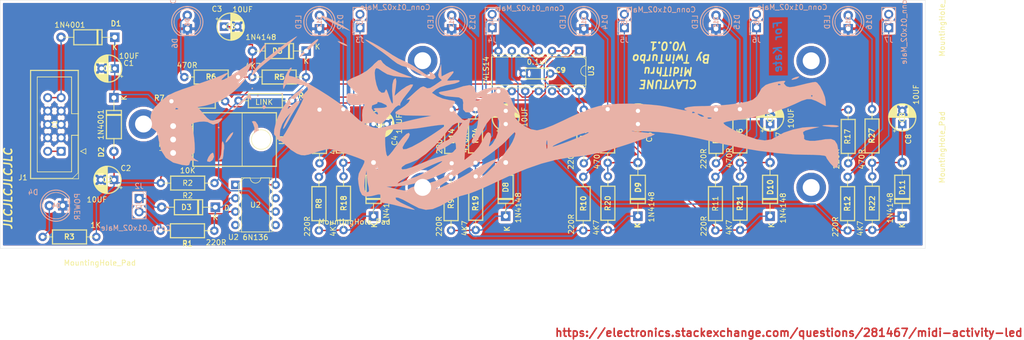
<source format=kicad_pcb>
(kicad_pcb (version 20171130) (host pcbnew "(5.1.7)-1")
  (layers (0 F.Cu signal) (31 B.Cu signal) (34 B.Paste user) (35 F.Paste user) (36 B.SilkS user hide) (37 F.SilkS user hide) (38 B.Mask user) (39 F.Mask user) (44 Edge.Cuts user))
  (net 0 "")
  (net 1 GND)
  (net 2 "Net-(C1-Pad1)")
  (net 3 +5V)
  (net 4 "Net-(C3-Pad1)")
  (net 5 "Net-(C4-Pad1)")
  (net 6 "Net-(C5-Pad1)")
  (net 7 "Net-(C6-Pad1)")
  (net 8 "Net-(C7-Pad1)")
  (net 9 "Net-(C8-Pad1)")
  (net 10 +12V)
  (net 11 "Net-(D3-Pad2)")
  (net 12 "Net-(D3-Pad1)")
  (net 13 "Net-(D4-Pad2)")
  (net 14 "Net-(D5-Pad1)")
  (net 15 "Net-(D6-Pad2)")
  (net 16 "Net-(D7-Pad1)")
  (net 17 "Net-(D8-Pad1)")
  (net 18 "Net-(D9-Pad1)")
  (net 19 "Net-(D10-Pad1)")
  (net 20 "Net-(D11-Pad1)")
  (net 21 "Net-(D12-Pad2)")
  (net 22 "Net-(D13-Pad2)")
  (net 23 "Net-(D14-Pad2)")
  (net 24 "Net-(D15-Pad2)")
  (net 25 "Net-(D16-Pad2)")
  (net 26 "Net-(J1-Pad1)")
  (net 27 "Net-(J2-Pad2)")
  (net 28 "Net-(J3-Pad2)")
  (net 29 "Net-(J3-Pad1)")
  (net 30 "Net-(J4-Pad2)")
  (net 31 "Net-(J4-Pad1)")
  (net 32 "Net-(J5-Pad2)")
  (net 33 "Net-(J5-Pad1)")
  (net 34 "Net-(J6-Pad2)")
  (net 35 "Net-(J6-Pad1)")
  (net 36 "Net-(J7-Pad2)")
  (net 37 "Net-(J7-Pad1)")
  (net 38 "Net-(R2-Pad1)")
  (net 39 "Net-(R7-Pad1)")
  (net 40 "Net-(U2-Pad4)")
  (net 41 "Net-(U2-Pad7)")
  (net 42 "Net-(U2-Pad5)")
  (net 43 "Net-(U2-Pad1)")
  (module MountingHole:MountingHole_3.2mm_M3_DIN965_Pad (layer F.Cu) (at 236 128.59)
    (fp_text reference H4 hide)
    (fp_text value MountingHole_Pad (at 24.76 -7.62 90) (layer F.SilkS))
    (fp_text user %R (at 0.3 0) (layer F.SilkS))
    (pad 1 thru_hole circle (at 0 0) (size 5.6 5.6) (drill 3.2) (layers *.Cu *.Mask))
  )
  (module MountingHole:MountingHole_3.2mm_M3_DIN965_Pad (layer F.Cu) (at 162.51 152.57)
    (fp_text reference H2 hide)
    (fp_text value MountingHole_Pad (at -12.88 30.53) (layer F.SilkS))
    (fp_text user %R (at 0.3 0) (layer F.SilkS))
    (pad 1 thru_hole circle (at 0 0) (size 5.6 5.6) (drill 3.2) (layers *.Cu *.Mask))
  )
  (module AA-ROB-FULL:K6neg (layer B.Cu) (at 176.32 140.7 270)
    (fp_text reference G*** hide)
    (fp_text value LOGO hide)
  )
  (module MountingHole:MountingHole_3.2mm_M3_DIN965_Pad (layer F.Cu) (at 109.72 140.57)
    (fp_text reference H3 hide)
    (fp_text value MountingHole_Pad (at -8.25 26.3) (layer F.SilkS))
    (fp_text user %R (at 0.3 0) (layer F.SilkS))
    (pad 1 thru_hole circle (at 0 0) (size 5.6 5.6) (drill 3.2) (layers *.Cu *.Mask))
  )
  (module Capacitor_THT:C_Disc_D4.3mm_W1.9mm_P5.00mm (layer F.Cu) (at 186.64 131 180)
    (fp_text reference C9 (at -1.99 0.63) (layer F.SilkS))
    (fp_text value 0.1uf (at 2.5 2.2) (layer F.SilkS))
    (fp_text user %R (at -1.92 0.68) (layer F.SilkS) (effects (font (size 0.86 0.86) (thickness 0.129))))
    (pad 2 thru_hole circle (at 5 0 180) (size 1.6 1.6) (drill 0.8) (layers *.Cu *.Mask) (net 1 GND))
    (pad 1 thru_hole circle (at 0 0 180) (size 1.6 1.6) (drill 0.8) (layers *.Cu *.Mask) (net 3 +5V))
  )
  (module MountingHole:MountingHole_3.2mm_M3_DIN965_Pad (layer F.Cu) (at 162.51 128.57)
    (fp_text reference H1 hide)
    (fp_text value MountingHole_Pad (at -12.88 30.53) (layer F.SilkS))
    (fp_text user %R (at 0.3 0) (layer F.SilkS))
    (pad 1 thru_hole circle (at 0 0) (size 5.6 5.6) (drill 3.2) (layers *.Cu *.Mask))
  )
  (module MountingHole:MountingHole_3.2mm_M3_DIN965_Pad (layer F.Cu) (at 236 152.59)
    (fp_text reference H5 hide)
    (fp_text value MountingHole_Pad (at 24.76 -7.62 90) (layer F.SilkS))
    (fp_text user %R (at 0.3 0) (layer F.SilkS))
    (pad 1 thru_hole circle (at 0 0) (size 5.6 5.6) (drill 3.2) (layers *.Cu *.Mask))
  )
  (module Package_DIP:DIP-8_W7.62mm (layer F.Cu) (at 127.09 152.08)
    (fp_text reference U2 (at -0.37 9.91) (layer F.SilkS))
    (fp_text value 6N136 (at 3.81 9.95) (layer F.SilkS))
    (fp_text user %R (at 3.81 3.81) (layer F.SilkS))
    (pad 8 thru_hole oval (at 7.62 0) (size 1.6 1.6) (drill 0.8) (layers *.Cu *.Mask) (net 3 +5V))
    (pad 4 thru_hole oval (at 0 7.62) (size 1.6 1.6) (drill 0.8) (layers *.Cu *.Mask) (net 40 "Net-(U2-Pad4)"))
    (pad 7 thru_hole oval (at 7.62 2.54) (size 1.6 1.6) (drill 0.8) (layers *.Cu *.Mask) (net 41 "Net-(U2-Pad7)"))
    (pad 3 thru_hole oval (at 0 5.08) (size 1.6 1.6) (drill 0.8) (layers *.Cu *.Mask) (net 11 "Net-(D3-Pad2)"))
    (pad 6 thru_hole oval (at 7.62 5.08) (size 1.6 1.6) (drill 0.8) (layers *.Cu *.Mask) (net 38 "Net-(R2-Pad1)"))
    (pad 2 thru_hole oval (at 0 2.54) (size 1.6 1.6) (drill 0.8) (layers *.Cu *.Mask) (net 12 "Net-(D3-Pad1)"))
    (pad 5 thru_hole oval (at 7.62 7.62) (size 1.6 1.6) (drill 0.8) (layers *.Cu *.Mask) (net 42 "Net-(U2-Pad5)"))
    (pad 1 thru_hole rect (at 0 0) (size 1.6 1.6) (drill 0.8) (layers *.Cu *.Mask) (net 43 "Net-(U2-Pad1)"))
  )
  (module Package_TO_SOT_THT:TO-220-3_Horizontal_TabDown (layer F.Cu) (at 115.32 140.96 270)
    (fp_text reference U1 (at 2.54 -20.58 90) (layer F.SilkS))
    (fp_text value L7805 (at 2.54 2 90) (layer F.SilkS))
    (fp_text user %R (at 2.54 -20.58 90) (layer F.SilkS))
    (pad 3 thru_hole oval (at 5.08 0 270) (size 1.905 2) (drill 1.1) (layers *.Cu *.Mask) (net 3 +5V))
    (pad 2 thru_hole oval (at 2.54 0 270) (size 1.905 2) (drill 1.1) (layers *.Cu *.Mask) (net 1 GND))
    (pad 1 thru_hole rect (at 0 0 270) (size 1.905 2) (drill 1.1) (layers *.Cu *.Mask) (net 2 "Net-(C1-Pad1)"))
    (pad "" np_thru_hole oval (at 2.54 -16.66 270) (size 3.5 3.5) (drill 3.5) (layers *.Cu *.Mask))
  )
  (module Package_DIP:DIP-14_W7.62mm (layer F.Cu) (at 192.08 126.72 270)
    (fp_text reference U3 (at 3.81 -2.33 90) (layer F.SilkS))
    (fp_text value 74LS14 (at 3.81 17.57 90) (layer F.SilkS))
    (fp_text user %R (at 3.77 -2.31 90) (layer F.SilkS))
    (pad 14 thru_hole oval (at 7.62 0 270) (size 1.6 1.6) (drill 0.8) (layers *.Cu *.Mask) (net 3 +5V))
    (pad 7 thru_hole oval (at 0 15.24 270) (size 1.6 1.6) (drill 0.8) (layers *.Cu *.Mask) (net 1 GND))
    (pad 13 thru_hole oval (at 7.62 2.54 270) (size 1.6 1.6) (drill 0.8) (layers *.Cu *.Mask) (net 39 "Net-(R7-Pad1)"))
    (pad 6 thru_hole oval (at 0 12.7 270) (size 1.6 1.6) (drill 0.8) (layers *.Cu *.Mask) (net 17 "Net-(D8-Pad1)"))
    (pad 12 thru_hole oval (at 7.62 5.08 270) (size 1.6 1.6) (drill 0.8) (layers *.Cu *.Mask) (net 19 "Net-(D10-Pad1)"))
    (pad 5 thru_hole oval (at 0 10.16 270) (size 1.6 1.6) (drill 0.8) (layers *.Cu *.Mask) (net 39 "Net-(R7-Pad1)"))
    (pad 11 thru_hole oval (at 7.62 7.62 270) (size 1.6 1.6) (drill 0.8) (layers *.Cu *.Mask) (net 39 "Net-(R7-Pad1)"))
    (pad 4 thru_hole oval (at 0 7.62 270) (size 1.6 1.6) (drill 0.8) (layers *.Cu *.Mask) (net 16 "Net-(D7-Pad1)"))
    (pad 10 thru_hole oval (at 7.62 10.16 270) (size 1.6 1.6) (drill 0.8) (layers *.Cu *.Mask) (net 20 "Net-(D11-Pad1)"))
    (pad 3 thru_hole oval (at 0 5.08 270) (size 1.6 1.6) (drill 0.8) (layers *.Cu *.Mask) (net 39 "Net-(R7-Pad1)"))
    (pad 9 thru_hole oval (at 7.62 12.7 270) (size 1.6 1.6) (drill 0.8) (layers *.Cu *.Mask) (net 39 "Net-(R7-Pad1)"))
    (pad 2 thru_hole oval (at 0 2.54 270) (size 1.6 1.6) (drill 0.8) (layers *.Cu *.Mask) (net 39 "Net-(R7-Pad1)"))
    (pad 8 thru_hole oval (at 7.62 15.24 270) (size 1.6 1.6) (drill 0.8) (layers *.Cu *.Mask) (net 18 "Net-(D9-Pad1)"))
    (pad 1 thru_hole rect (at 0 0 270) (size 1.6 1.6) (drill 0.8) (layers *.Cu *.Mask) (net 38 "Net-(R2-Pad1)"))
  )
  (module Resistor_THT:R_Axial_DIN0207_L6.3mm_D2.5mm_P10.16mm_Horizontal (layer F.Cu) (at 247.51 137.75 270)
    (fp_text reference R27 (at 4.99 0.09 90) (layer F.SilkS))
    (fp_text value 470R (at 9.47 1.94 90) (layer F.SilkS))
    (fp_text user %R (at 5.08 0 90) (layer F.SilkS))
    (pad 2 thru_hole oval (at 10.16 0 270) (size 1.6 1.6) (drill 0.8) (layers *.Cu *.Mask) (net 9 "Net-(C8-Pad1)"))
    (pad 1 thru_hole circle (at 0 0 270) (size 1.6 1.6) (drill 0.8) (layers *.Cu *.Mask) (net 25 "Net-(D16-Pad2)"))
  )
  (module Resistor_THT:R_Axial_DIN0207_L6.3mm_D2.5mm_P10.16mm_Horizontal (layer F.Cu) (at 222.51 137.75 270)
    (fp_text reference R26 (at 5.06 0.01 90) (layer F.SilkS))
    (fp_text value 470R (at 9.22 1.99 90) (layer F.SilkS))
    (fp_text user %R (at 5.08 0 90) (layer F.SilkS))
    (pad 2 thru_hole oval (at 10.16 0 270) (size 1.6 1.6) (drill 0.8) (layers *.Cu *.Mask) (net 8 "Net-(C7-Pad1)"))
    (pad 1 thru_hole circle (at 0 0 270) (size 1.6 1.6) (drill 0.8) (layers *.Cu *.Mask) (net 24 "Net-(D15-Pad2)"))
  )
  (module Resistor_THT:R_Axial_DIN0207_L6.3mm_D2.5mm_P10.16mm_Horizontal (layer F.Cu) (at 197.51 137.75 270)
    (fp_text reference R25 (at 5.07 -0.02 90) (layer F.SilkS))
    (fp_text value 470R (at 9.44 2.02 90) (layer F.SilkS))
    (fp_text user %R (at 5.08 0 90) (layer F.SilkS))
    (pad 2 thru_hole oval (at 10.16 0 270) (size 1.6 1.6) (drill 0.8) (layers *.Cu *.Mask) (net 7 "Net-(C6-Pad1)"))
    (pad 1 thru_hole circle (at 0 0 270) (size 1.6 1.6) (drill 0.8) (layers *.Cu *.Mask) (net 23 "Net-(D14-Pad2)"))
  )
  (module Resistor_THT:R_Axial_DIN0207_L6.3mm_D2.5mm_P10.16mm_Horizontal (layer F.Cu) (at 172.51 137.75 270)
    (fp_text reference R24 (at 5.01 -0.03 90) (layer F.SilkS))
    (fp_text value 470R (at 6.37 1.94 90) (layer F.SilkS))
    (fp_text user %R (at 5.08 0 90) (layer F.SilkS))
    (pad 2 thru_hole oval (at 10.16 0 270) (size 1.6 1.6) (drill 0.8) (layers *.Cu *.Mask) (net 6 "Net-(C5-Pad1)"))
    (pad 1 thru_hole circle (at 0 0 270) (size 1.6 1.6) (drill 0.8) (layers *.Cu *.Mask) (net 22 "Net-(D13-Pad2)"))
  )
  (module Resistor_THT:R_Axial_DIN0207_L6.3mm_D2.5mm_P10.16mm_Horizontal (layer F.Cu) (at 147.51 137.75 270)
    (fp_text reference R23 (at 5.2 0.01 90) (layer F.SilkS))
    (fp_text value 470R (at 6.67 1.91 90) (layer F.SilkS))
    (fp_text user %R (at 5.08 0 90) (layer F.SilkS))
    (pad 2 thru_hole oval (at 10.16 0 270) (size 1.6 1.6) (drill 0.8) (layers *.Cu *.Mask) (net 5 "Net-(C4-Pad1)"))
    (pad 1 thru_hole circle (at 0 0 270) (size 1.6 1.6) (drill 0.8) (layers *.Cu *.Mask) (net 21 "Net-(D12-Pad2)"))
  )
  (module Resistor_THT:R_Axial_DIN0207_L6.3mm_D2.5mm_P10.16mm_Horizontal (layer F.Cu) (at 247.55 150.49 270)
    (fp_text reference R22 (at 5.15 0 90) (layer F.SilkS))
    (fp_text value 4K7 (at 9.84 2.28 90) (layer F.SilkS))
    (fp_text user %R (at 5.08 0 90) (layer F.SilkS))
    (pad 2 thru_hole oval (at 10.16 0 270) (size 1.6 1.6) (drill 0.8) (layers *.Cu *.Mask) (net 20 "Net-(D11-Pad1)"))
    (pad 1 thru_hole circle (at 0 0 270) (size 1.6 1.6) (drill 0.8) (layers *.Cu *.Mask) (net 9 "Net-(C8-Pad1)"))
  )
  (module Resistor_THT:R_Axial_DIN0207_L6.3mm_D2.5mm_P10.16mm_Horizontal (layer F.Cu) (at 222.55 150.49 270)
    (fp_text reference R21 (at 5.1 0.01 90) (layer F.SilkS))
    (fp_text value 4K7 (at 9.66 2.07 90) (layer F.SilkS))
    (fp_text user %R (at 5.08 0 90) (layer F.SilkS))
    (pad 2 thru_hole oval (at 10.16 0 270) (size 1.6 1.6) (drill 0.8) (layers *.Cu *.Mask) (net 19 "Net-(D10-Pad1)"))
    (pad 1 thru_hole circle (at 0 0 270) (size 1.6 1.6) (drill 0.8) (layers *.Cu *.Mask) (net 8 "Net-(C7-Pad1)"))
  )
  (module Resistor_THT:R_Axial_DIN0207_L6.3mm_D2.5mm_P10.16mm_Horizontal (layer F.Cu) (at 197.55 150.49 270)
    (fp_text reference R20 (at 5.1 0.02 90) (layer F.SilkS))
    (fp_text value 4K7 (at 9.68 2.2 90) (layer F.SilkS))
    (fp_text user %R (at 5.08 0 90) (layer F.SilkS))
    (pad 2 thru_hole oval (at 10.16 0 270) (size 1.6 1.6) (drill 0.8) (layers *.Cu *.Mask) (net 18 "Net-(D9-Pad1)"))
    (pad 1 thru_hole circle (at 0 0 270) (size 1.6 1.6) (drill 0.8) (layers *.Cu *.Mask) (net 7 "Net-(C6-Pad1)"))
  )
  (module Resistor_THT:R_Axial_DIN0207_L6.3mm_D2.5mm_P10.16mm_Horizontal (layer F.Cu) (at 172.55 150.49 270)
    (fp_text reference R19 (at 5.12 0.08 90) (layer F.SilkS))
    (fp_text value 4K7 (at 9.82 2.08 90) (layer F.SilkS))
    (fp_text user %R (at 5.08 0 90) (layer F.SilkS))
    (pad 2 thru_hole oval (at 10.16 0 270) (size 1.6 1.6) (drill 0.8) (layers *.Cu *.Mask) (net 17 "Net-(D8-Pad1)"))
    (pad 1 thru_hole circle (at 0 0 270) (size 1.6 1.6) (drill 0.8) (layers *.Cu *.Mask) (net 6 "Net-(C5-Pad1)"))
  )
  (module Resistor_THT:R_Axial_DIN0207_L6.3mm_D2.5mm_P10.16mm_Horizontal (layer F.Cu) (at 147.55 150.49 270)
    (fp_text reference R18 (at 5.06 -0.08 90) (layer F.SilkS))
    (fp_text value 4K7 (at 9.92 1.96 90) (layer F.SilkS))
    (fp_text user %R (at 5.08 0 90) (layer F.SilkS))
    (pad 2 thru_hole oval (at 10.16 0 270) (size 1.6 1.6) (drill 0.8) (layers *.Cu *.Mask) (net 16 "Net-(D7-Pad1)"))
    (pad 1 thru_hole circle (at 0 0 270) (size 1.6 1.6) (drill 0.8) (layers *.Cu *.Mask) (net 5 "Net-(C4-Pad1)"))
  )
  (module Resistor_THT:R_Axial_DIN0207_L6.3mm_D2.5mm_P10.16mm_Horizontal (layer F.Cu) (at 243 148 90)
    (fp_text reference R17 (at 5.05 -0.12 90) (layer F.SilkS))
    (fp_text value 220R (at 0.81 -2.2 90) (layer F.SilkS))
    (fp_text user %R (at 5.05 -0.12 90) (layer F.SilkS))
    (pad 2 thru_hole oval (at 10.16 0 90) (size 1.6 1.6) (drill 0.8) (layers *.Cu *.Mask) (net 3 +5V))
    (pad 1 thru_hole circle (at 0 0 90) (size 1.6 1.6) (drill 0.8) (layers *.Cu *.Mask) (net 36 "Net-(J7-Pad2)"))
  )
  (module Resistor_THT:R_Axial_DIN0207_L6.3mm_D2.5mm_P10.16mm_Horizontal (layer F.Cu) (at 218 148 90)
    (fp_text reference R16 (at 5.15 0 90) (layer F.SilkS))
    (fp_text value 220R (at 0.86 -2.35 90) (layer F.SilkS))
    (fp_text user %R (at 5.08 0 90) (layer F.SilkS))
    (pad 2 thru_hole oval (at 10.16 0 90) (size 1.6 1.6) (drill 0.8) (layers *.Cu *.Mask) (net 3 +5V))
    (pad 1 thru_hole circle (at 0 0 90) (size 1.6 1.6) (drill 0.8) (layers *.Cu *.Mask) (net 34 "Net-(J6-Pad2)"))
  )
  (module Resistor_THT:R_Axial_DIN0207_L6.3mm_D2.5mm_P10.16mm_Horizontal (layer F.Cu) (at 193 148 90)
    (fp_text reference R15 (at 5.11 -0.12 90) (layer F.SilkS))
    (fp_text value 220R (at 0.74 -2.45 90) (layer F.SilkS))
    (fp_text user %R (at 5.08 0 90) (layer F.SilkS))
    (pad 2 thru_hole oval (at 10.16 0 90) (size 1.6 1.6) (drill 0.8) (layers *.Cu *.Mask) (net 3 +5V))
    (pad 1 thru_hole circle (at 0 0 90) (size 1.6 1.6) (drill 0.8) (layers *.Cu *.Mask) (net 32 "Net-(J5-Pad2)"))
  )
  (module Resistor_THT:R_Axial_DIN0207_L6.3mm_D2.5mm_P10.16mm_Horizontal (layer F.Cu) (at 168 148 90)
    (fp_text reference R14 (at 5.13 0.02 90) (layer F.SilkS))
    (fp_text value 220R (at 3.68 -2.3 90) (layer F.SilkS))
    (fp_text user %R (at 5.08 0 90) (layer F.SilkS))
    (pad 2 thru_hole oval (at 10.16 0 90) (size 1.6 1.6) (drill 0.8) (layers *.Cu *.Mask) (net 3 +5V))
    (pad 1 thru_hole circle (at 0 0 90) (size 1.6 1.6) (drill 0.8) (layers *.Cu *.Mask) (net 30 "Net-(J4-Pad2)"))
  )
  (module Resistor_THT:R_Axial_DIN0207_L6.3mm_D2.5mm_P10.16mm_Horizontal (layer F.Cu) (at 143 148 90)
    (fp_text reference R13 (at 5.05 0.09 90) (layer F.SilkS))
    (fp_text value 220R (at 3.49 -2.6 90) (layer F.SilkS))
    (fp_text user %R (at 5.08 0 90) (layer F.SilkS))
    (pad 2 thru_hole oval (at 10.16 0 90) (size 1.6 1.6) (drill 0.8) (layers *.Cu *.Mask) (net 3 +5V))
    (pad 1 thru_hole circle (at 0 0 90) (size 1.6 1.6) (drill 0.8) (layers *.Cu *.Mask) (net 28 "Net-(J3-Pad2)"))
  )
  (module Resistor_THT:R_Axial_DIN0207_L6.3mm_D2.5mm_P10.16mm_Horizontal (layer F.Cu) (at 242.89 150.57 270)
    (fp_text reference R12 (at 5.11 0.1 90) (layer F.SilkS))
    (fp_text value 220R (at 9.46 2.3 90) (layer F.SilkS))
    (fp_text user %R (at 5.08 0 90) (layer F.SilkS))
    (pad 2 thru_hole oval (at 10.16 0 270) (size 1.6 1.6) (drill 0.8) (layers *.Cu *.Mask) (net 20 "Net-(D11-Pad1)"))
    (pad 1 thru_hole circle (at 0 0 270) (size 1.6 1.6) (drill 0.8) (layers *.Cu *.Mask) (net 37 "Net-(J7-Pad1)"))
  )
  (module Resistor_THT:R_Axial_DIN0207_L6.3mm_D2.5mm_P10.16mm_Horizontal (layer F.Cu) (at 217.89 150.57 270)
    (fp_text reference R11 (at 4.96 -4.62 90) (layer F.SilkS))
    (fp_text value 220R (at 9.34 2.2 90) (layer F.SilkS))
    (fp_text user %R (at 5.08 0 90) (layer F.SilkS))
    (pad 2 thru_hole oval (at 10.16 0 270) (size 1.6 1.6) (drill 0.8) (layers *.Cu *.Mask) (net 19 "Net-(D10-Pad1)"))
    (pad 1 thru_hole circle (at 0 0 270) (size 1.6 1.6) (drill 0.8) (layers *.Cu *.Mask) (net 35 "Net-(J6-Pad1)"))
  )
  (module Resistor_THT:R_Axial_DIN0207_L6.3mm_D2.5mm_P10.16mm_Horizontal (layer F.Cu) (at 192.89 150.57 270)
    (fp_text reference R10 (at 5.02 -0.06 90) (layer F.SilkS))
    (fp_text value 220R (at 8.97 2.27 90) (layer F.SilkS))
    (fp_text user %R (at 5.08 0 90) (layer F.SilkS))
    (pad 2 thru_hole oval (at 10.16 0 270) (size 1.6 1.6) (drill 0.8) (layers *.Cu *.Mask) (net 18 "Net-(D9-Pad1)"))
    (pad 1 thru_hole circle (at 0 0 270) (size 1.6 1.6) (drill 0.8) (layers *.Cu *.Mask) (net 33 "Net-(J5-Pad1)"))
  )
  (module Resistor_THT:R_Axial_DIN0207_L6.3mm_D2.5mm_P10.16mm_Horizontal (layer F.Cu) (at 167.89 150.57 270)
    (fp_text reference R9 (at 5.07 0.03 90) (layer F.SilkS))
    (fp_text value 220R (at 9.39 2.26 90) (layer F.SilkS))
    (fp_text user %R (at 5.08 0 90) (layer F.SilkS))
    (pad 2 thru_hole oval (at 10.16 0 270) (size 1.6 1.6) (drill 0.8) (layers *.Cu *.Mask) (net 17 "Net-(D8-Pad1)"))
    (pad 1 thru_hole circle (at 0 0 270) (size 1.6 1.6) (drill 0.8) (layers *.Cu *.Mask) (net 31 "Net-(J4-Pad1)"))
  )
  (module Resistor_THT:R_Axial_DIN0207_L6.3mm_D2.5mm_P10.16mm_Horizontal (layer F.Cu) (at 142.89 150.57 270)
    (fp_text reference R8 (at 5.05 0.02 90) (layer F.SilkS))
    (fp_text value 220R (at 9.38 2.2 90) (layer F.SilkS))
    (fp_text user %R (at 5.08 0 270) (layer F.SilkS))
    (pad 2 thru_hole oval (at 10.16 0 270) (size 1.6 1.6) (drill 0.8) (layers *.Cu *.Mask) (net 16 "Net-(D7-Pad1)"))
    (pad 1 thru_hole circle (at 0 0 270) (size 1.6 1.6) (drill 0.8) (layers *.Cu *.Mask) (net 29 "Net-(J3-Pad1)"))
  )
  (module Resistor_THT:R_Axial_DIN0207_L6.3mm_D2.5mm_P10.16mm_Horizontal (layer F.Cu) (at 125.16 136.25 180)
    (fp_text reference R7 (at 12.46 0.61) (layer F.SilkS))
    (fp_text value LINK (at 5.01 -0.12) (layer F.SilkS))
    (fp_text user %R (at 12.46 0.61) (layer F.SilkS))
    (pad 2 thru_hole oval (at 10.16 0 180) (size 1.6 1.6) (drill 0.8) (layers *.Cu *.Mask) (net 14 "Net-(D5-Pad1)"))
    (pad 1 thru_hole circle (at 0 0 180) (size 1.6 1.6) (drill 0.8) (layers *.Cu *.Mask) (net 39 "Net-(R7-Pad1)"))
  )
  (module Resistor_THT:R_Axial_DIN0207_L6.3mm_D2.5mm_P10.16mm_Horizontal (layer F.Cu) (at 117.44 131.67)
    (fp_text reference R6 (at 5.01 -0.08) (layer F.SilkS))
    (fp_text value 470R (at 0.53 -2.23 180) (layer F.SilkS))
    (fp_text user %R (at 5.08 0) (layer F.SilkS))
    (pad 2 thru_hole oval (at 10.16 0) (size 1.6 1.6) (drill 0.8) (layers *.Cu *.Mask) (net 4 "Net-(C3-Pad1)"))
    (pad 1 thru_hole circle (at 0 0) (size 1.6 1.6) (drill 0.8) (layers *.Cu *.Mask) (net 15 "Net-(D6-Pad2)"))
  )
  (module Resistor_THT:R_Axial_DIN0207_L6.3mm_D2.5mm_P10.16mm_Horizontal (layer F.Cu) (at 130.29 131.67)
    (fp_text reference R5 (at 5.18 0) (layer F.SilkS))
    (fp_text value 4K7 (at 0.15 -2.06) (layer F.SilkS))
    (fp_text user %R (at 5.08 0) (layer F.SilkS))
    (pad 2 thru_hole oval (at 10.16 0) (size 1.6 1.6) (drill 0.8) (layers *.Cu *.Mask) (net 14 "Net-(D5-Pad1)"))
    (pad 1 thru_hole circle (at 0 0) (size 1.6 1.6) (drill 0.8) (layers *.Cu *.Mask) (net 4 "Net-(C3-Pad1)"))
  )
  (module Resistor_THT:R_Axial_DIN0207_L6.3mm_D2.5mm_P10.16mm_Horizontal (layer F.Cu) (at 127.68 136.15)
    (fp_text reference R4 (at 12.27 -0.94) (layer F.SilkS))
    (fp_text value LINK (at 4.85 0.27) (layer F.SilkS))
    (fp_text user %R (at 12.34 -0.94) (layer F.SilkS))
    (pad 2 thru_hole oval (at 10.16 0) (size 1.6 1.6) (drill 0.8) (layers *.Cu *.Mask) (net 14 "Net-(D5-Pad1)"))
    (pad 1 thru_hole circle (at 0 0) (size 1.6 1.6) (drill 0.8) (layers *.Cu *.Mask) (net 38 "Net-(R2-Pad1)"))
  )
  (module Resistor_THT:R_Axial_DIN0207_L6.3mm_D2.5mm_P10.16mm_Horizontal (layer F.Cu) (at 90.64 161.95)
    (fp_text reference R3 (at 5.01 -0.05) (layer F.SilkS))
    (fp_text value 1K (at 10.03 -2.23) (layer F.SilkS))
    (fp_text user %R (at 5.08 0) (layer F.SilkS))
    (pad 2 thru_hole oval (at 10.16 0) (size 1.6 1.6) (drill 0.8) (layers *.Cu *.Mask) (net 3 +5V))
    (pad 1 thru_hole circle (at 0 0) (size 1.6 1.6) (drill 0.8) (layers *.Cu *.Mask) (net 13 "Net-(D4-Pad2)"))
  )
  (module Resistor_THT:R_Axial_DIN0207_L6.3mm_D2.5mm_P10.16mm_Horizontal (layer F.Cu) (at 123.15 151.75 180)
    (fp_text reference R2 (at 5.08 -2.37) (layer F.SilkS))
    (fp_text value 10K (at 5.08 2.37) (layer F.SilkS))
    (fp_text user %R (at 5.08 0) (layer F.SilkS))
    (pad 2 thru_hole oval (at 10.16 0 180) (size 1.6 1.6) (drill 0.8) (layers *.Cu *.Mask) (net 3 +5V))
    (pad 1 thru_hole circle (at 0 0 180) (size 1.6 1.6) (drill 0.8) (layers *.Cu *.Mask) (net 38 "Net-(R2-Pad1)"))
  )
  (module Resistor_THT:R_Axial_DIN0207_L6.3mm_D2.5mm_P10.16mm_Horizontal (layer F.Cu) (at 123.11 160.78 180)
    (fp_text reference R1 (at 5.08 -2.37) (layer F.SilkS))
    (fp_text value 220R (at -0.34 -2.22) (layer F.SilkS))
    (fp_text user %R (at 5.08 -2.51) (layer F.SilkS))
    (pad 2 thru_hole oval (at 10.16 0 180) (size 1.6 1.6) (drill 0.8) (layers *.Cu *.Mask) (net 27 "Net-(J2-Pad2)"))
    (pad 1 thru_hole circle (at 0 0 180) (size 1.6 1.6) (drill 0.8) (layers *.Cu *.Mask) (net 12 "Net-(D3-Pad1)"))
  )
  (module Connector_PinHeader_2.54mm:PinHeader_1x02_P2.54mm_Vertical (layer B.Cu) (at 250.66 122.32)
    (fp_text reference J7 (at 0 2.33) (layer B.SilkS) (effects (justify mirror)))
    (fp_text value Conn_01x02_Male (at 2.9 0.33 90) (layer B.SilkS) (effects (justify mirror)))
    (fp_text user %R (at 0 -1.27 -90) (layer B.SilkS) (effects (justify mirror)))
    (pad 2 thru_hole oval (at 0 -2.54) (size 1.7 1.7) (drill 1) (layers *.Cu *.Mask) (net 36 "Net-(J7-Pad2)"))
    (pad 1 thru_hole rect (at 0 0) (size 1.7 1.7) (drill 1) (layers *.Cu *.Mask) (net 37 "Net-(J7-Pad1)"))
  )
  (module Connector_PinHeader_2.54mm:PinHeader_1x02_P2.54mm_Vertical (layer B.Cu) (at 225.66 122.32)
    (fp_text reference J6 (at 0 2.33) (layer B.SilkS) (effects (justify mirror)))
    (fp_text value Conn_01x02_Male (at 6.75 -3.88) (layer B.SilkS) (effects (justify mirror)))
    (fp_text user %R (at 0 -1.27 -90) (layer B.SilkS) (effects (justify mirror)))
    (pad 2 thru_hole oval (at 0 -2.54) (size 1.7 1.7) (drill 1) (layers *.Cu *.Mask) (net 34 "Net-(J6-Pad2)"))
    (pad 1 thru_hole rect (at 0 0) (size 1.7 1.7) (drill 1) (layers *.Cu *.Mask) (net 35 "Net-(J6-Pad1)"))
  )
  (module Connector_PinHeader_2.54mm:PinHeader_1x02_P2.54mm_Vertical (layer B.Cu) (at 200.66 122.32)
    (fp_text reference J5 (at 0 2.33) (layer B.SilkS) (effects (justify mirror)))
    (fp_text value Conn_01x02_Male (at 6.87 -3.43) (layer B.SilkS) (effects (justify mirror)))
    (fp_text user %R (at 0 -1.27 -90) (layer B.SilkS) (effects (justify mirror)))
    (pad 2 thru_hole oval (at 0 -2.54) (size 1.7 1.7) (drill 1) (layers *.Cu *.Mask) (net 32 "Net-(J5-Pad2)"))
    (pad 1 thru_hole rect (at 0 0) (size 1.7 1.7) (drill 1) (layers *.Cu *.Mask) (net 33 "Net-(J5-Pad1)"))
  )
  (module Connector_PinHeader_2.54mm:PinHeader_1x02_P2.54mm_Vertical (layer B.Cu) (at 175.66 122.32)
    (fp_text reference J4 (at 0 2.33) (layer B.SilkS) (effects (justify mirror)))
    (fp_text value Conn_01x02_Male (at 7 -3.69) (layer B.SilkS) (effects (justify mirror)))
    (fp_text user %R (at 0 -1.27 -90) (layer B.SilkS) (effects (justify mirror)))
    (pad 2 thru_hole oval (at 0 -2.54) (size 1.7 1.7) (drill 1) (layers *.Cu *.Mask) (net 30 "Net-(J4-Pad2)"))
    (pad 1 thru_hole rect (at 0 0) (size 1.7 1.7) (drill 1) (layers *.Cu *.Mask) (net 31 "Net-(J4-Pad1)"))
  )
  (module Connector_PinHeader_2.54mm:PinHeader_1x02_P2.54mm_Vertical (layer B.Cu) (at 150.66 122.32)
    (fp_text reference J3 (at 0 2.33) (layer B.SilkS) (effects (justify mirror)))
    (fp_text value Conn_01x02_Male (at 6.66 -3.87 180) (layer B.SilkS) (effects (justify mirror)))
    (fp_text user %R (at 0 -1.27 -90) (layer B.SilkS) (effects (justify mirror)))
    (pad 2 thru_hole oval (at 0 -2.54) (size 1.7 1.7) (drill 1) (layers *.Cu *.Mask) (net 28 "Net-(J3-Pad2)"))
    (pad 1 thru_hole rect (at 0 0) (size 1.7 1.7) (drill 1) (layers *.Cu *.Mask) (net 29 "Net-(J3-Pad1)"))
  )
  (module Connector_PinHeader_2.54mm:PinHeader_1x02_P2.54mm_Vertical (layer B.Cu) (at 108.89 154.67 180)
    (fp_text reference J2 (at 0 2.33) (layer B.SilkS) (effects (justify mirror)))
    (fp_text value Conn_01x02_Male (at 0.61 -5.58 180) (layer B.SilkS) (effects (justify mirror)))
    (fp_text user %R (at 0 -1.27 270) (layer B.SilkS) (effects (justify mirror)))
    (pad 2 thru_hole oval (at 0 -2.54 180) (size 1.7 1.7) (drill 1) (layers *.Cu *.Mask) (net 27 "Net-(J2-Pad2)"))
    (pad 1 thru_hole rect (at 0 0 180) (size 1.7 1.7) (drill 1) (layers *.Cu *.Mask) (net 11 "Net-(D3-Pad2)"))
  )
  (module Connector_IDC:IDC-Header_2x05_P2.54mm_Vertical (layer F.Cu) (at 94.14 145.73 180)
    (fp_text reference J1 (at 7.23 -4.98) (layer F.SilkS))
    (fp_text value Conn_02x05_Odd_Even (at 3.95 31.41) (layer F.SilkS))
    (fp_text user %R (at 1.27 5.08 90) (layer F.SilkS))
    (pad 10 thru_hole circle (at 2.54 10.16 180) (size 1.7 1.7) (drill 1) (layers *.Cu *.Mask) (net 10 +12V))
    (pad 8 thru_hole circle (at 2.54 7.62 180) (size 1.7 1.7) (drill 1) (layers *.Cu *.Mask) (net 1 GND))
    (pad 6 thru_hole circle (at 2.54 5.08 180) (size 1.7 1.7) (drill 1) (layers *.Cu *.Mask) (net 1 GND))
    (pad 4 thru_hole circle (at 2.54 2.54 180) (size 1.7 1.7) (drill 1) (layers *.Cu *.Mask) (net 1 GND))
    (pad 2 thru_hole circle (at 2.54 0 180) (size 1.7 1.7) (drill 1) (layers *.Cu *.Mask) (net 26 "Net-(J1-Pad1)"))
    (pad 9 thru_hole circle (at 0 10.16 180) (size 1.7 1.7) (drill 1) (layers *.Cu *.Mask) (net 10 +12V))
    (pad 7 thru_hole circle (at 0 7.62 180) (size 1.7 1.7) (drill 1) (layers *.Cu *.Mask) (net 1 GND))
    (pad 5 thru_hole circle (at 0 5.08 180) (size 1.7 1.7) (drill 1) (layers *.Cu *.Mask) (net 1 GND))
    (pad 3 thru_hole circle (at 0 2.54 180) (size 1.7 1.7) (drill 1) (layers *.Cu *.Mask) (net 1 GND))
    (pad 1 thru_hole roundrect (at 0 0 180) (size 1.7 1.7) (drill 1) (layers *.Cu *.Mask) (roundrect_rratio 0.147059) (net 26 "Net-(J1-Pad1)"))
  )
  (module LED_THT:LED_D5.0mm (layer B.Cu) (at 243 122.52 90)
    (fp_text reference D16 (at 1.27 3.96 270) (layer B.SilkS) (effects (justify mirror)))
    (fp_text value LED (at 1.27 -3.96 270) (layer B.SilkS) (effects (justify mirror)))
    (fp_text user %R (at 1.25 0 270) (layer B.SilkS) (effects (font (size 0.8 0.8) (thickness 0.2)) (justify mirror)))
    (pad 2 thru_hole circle (at 2.54 0 90) (size 1.8 1.8) (drill 0.9) (layers *.Cu *.Mask) (net 25 "Net-(D16-Pad2)"))
    (pad 1 thru_hole rect (at 0 0 90) (size 1.8 1.8) (drill 0.9) (layers *.Cu *.Mask) (net 1 GND))
  )
  (module LED_THT:LED_D5.0mm (layer B.Cu) (at 218 122.52 90)
    (fp_text reference D15 (at 1.27 3.96 270) (layer B.SilkS) (effects (justify mirror)))
    (fp_text value LED (at 1.27 -3.96 270) (layer B.SilkS) (effects (justify mirror)))
    (fp_text user %R (at 1.25 0 270) (layer B.SilkS) (effects (font (size 0.8 0.8) (thickness 0.2)) (justify mirror)))
    (pad 2 thru_hole circle (at 2.54 0 90) (size 1.8 1.8) (drill 0.9) (layers *.Cu *.Mask) (net 24 "Net-(D15-Pad2)"))
    (pad 1 thru_hole rect (at 0 0 90) (size 1.8 1.8) (drill 0.9) (layers *.Cu *.Mask) (net 1 GND))
  )
  (module LED_THT:LED_D5.0mm (layer B.Cu) (at 193 122.52 90)
    (fp_text reference D14 (at 1.27 3.96 270) (layer B.SilkS) (effects (justify mirror)))
    (fp_text value LED (at 1.27 -3.96 270) (layer B.SilkS) (effects (justify mirror)))
    (fp_text user %R (at 1.25 0 270) (layer B.SilkS) (effects (font (size 0.8 0.8) (thickness 0.2)) (justify mirror)))
    (pad 2 thru_hole circle (at 2.54 0 90) (size 1.8 1.8) (drill 0.9) (layers *.Cu *.Mask) (net 23 "Net-(D14-Pad2)"))
    (pad 1 thru_hole rect (at 0 0 90) (size 1.8 1.8) (drill 0.9) (layers *.Cu *.Mask) (net 1 GND))
  )
  (module LED_THT:LED_D5.0mm (layer B.Cu) (at 168 122.52 90)
    (fp_text reference D13 (at 1.27 3.96 270) (layer B.SilkS) (effects (justify mirror)))
    (fp_text value LED (at 1.27 -3.96 270) (layer B.SilkS) (effects (justify mirror)))
    (fp_text user %R (at 1.25 0 270) (layer B.SilkS) (effects (font (size 0.8 0.8) (thickness 0.2)) (justify mirror)))
    (pad 2 thru_hole circle (at 2.54 0 90) (size 1.8 1.8) (drill 0.9) (layers *.Cu *.Mask) (net 22 "Net-(D13-Pad2)"))
    (pad 1 thru_hole rect (at 0 0 90) (size 1.8 1.8) (drill 0.9) (layers *.Cu *.Mask) (net 1 GND))
  )
  (module LED_THT:LED_D5.0mm (layer B.Cu) (at 143 122.52 90)
    (fp_text reference D12 (at 1.27 3.96 270) (layer B.SilkS) (effects (justify mirror)))
    (fp_text value LED (at 1.27 -3.96 270) (layer B.SilkS) (effects (justify mirror)))
    (fp_text user %R (at 1.25 0 270) (layer B.SilkS) (effects (font (size 0.8 0.8) (thickness 0.2)) (justify mirror)))
    (pad 2 thru_hole circle (at 2.54 0 90) (size 1.8 1.8) (drill 0.9) (layers *.Cu *.Mask) (net 21 "Net-(D12-Pad2)"))
    (pad 1 thru_hole rect (at 0 0 90) (size 1.8 1.8) (drill 0.9) (layers *.Cu *.Mask) (net 1 GND))
  )
  (module Diode_THT:D_A-405_P10.16mm_Horizontal (layer F.Cu) (at 253.22 158.02 90)
    (fp_text reference D11 (at 5.45 0 90) (layer F.SilkS))
    (fp_text value 1N4148 (at 1.55 -2.3 90) (layer F.SilkS))
    (fp_text user K (at -1.78 -0.01 90) (layer F.SilkS))
    (fp_text user K (at -1.74 -0.01 90) (layer F.SilkS))
    (fp_text user %R (at 5.47 0 90) (layer F.SilkS))
    (pad 2 thru_hole oval (at 10.16 0 90) (size 1.8 1.8) (drill 0.9) (layers *.Cu *.Mask) (net 9 "Net-(C8-Pad1)"))
    (pad 1 thru_hole rect (at 0 0 90) (size 1.8 1.8) (drill 0.9) (layers *.Cu *.Mask) (net 20 "Net-(D11-Pad1)"))
  )
  (module Diode_THT:D_A-405_P10.16mm_Horizontal (layer F.Cu) (at 228.22 158.02 90)
    (fp_text reference D10 (at 5.51 0.1 90) (layer F.SilkS))
    (fp_text value 1N4148 (at 1.52 2.46 90) (layer F.SilkS))
    (fp_text user K (at -1.73 0.28 90) (layer F.SilkS))
    (fp_text user K (at -1.73 0.28 90) (layer F.SilkS))
    (fp_text user %R (at 5.47 0 90) (layer F.SilkS))
    (pad 2 thru_hole oval (at 10.16 0 90) (size 1.8 1.8) (drill 0.9) (layers *.Cu *.Mask) (net 8 "Net-(C7-Pad1)"))
    (pad 1 thru_hole rect (at 0 0 90) (size 1.8 1.8) (drill 0.9) (layers *.Cu *.Mask) (net 19 "Net-(D10-Pad1)"))
  )
  (module Diode_THT:D_A-405_P10.16mm_Horizontal (layer F.Cu) (at 203.22 158.02 90)
    (fp_text reference D9 (at 5.4 0.1 90) (layer F.SilkS))
    (fp_text value 1N4148 (at 1.73 2.56 90) (layer F.SilkS))
    (fp_text user K (at -1.66 -0.05 90) (layer F.SilkS))
    (fp_text user K (at -1.8 -0.05 90) (layer F.SilkS))
    (fp_text user %R (at 5.47 0 90) (layer F.SilkS))
    (pad 2 thru_hole oval (at 10.16 0 90) (size 1.8 1.8) (drill 0.9) (layers *.Cu *.Mask) (net 7 "Net-(C6-Pad1)"))
    (pad 1 thru_hole rect (at 0 0 90) (size 1.8 1.8) (drill 0.9) (layers *.Cu *.Mask) (net 18 "Net-(D9-Pad1)"))
  )
  (module Diode_THT:D_A-405_P10.16mm_Horizontal (layer F.Cu) (at 178.22 158.02 90)
    (fp_text reference D8 (at 5.47 -0.01 90) (layer F.SilkS))
    (fp_text value 1N4148 (at 1.59 2.38 90) (layer F.SilkS))
    (fp_text user K (at -2.43 0.27 90) (layer F.SilkS))
    (fp_text user K (at -2.36 0.27 90) (layer F.SilkS))
    (fp_text user %R (at 5.47 0 90) (layer F.SilkS))
    (pad 2 thru_hole oval (at 10.16 0 90) (size 1.8 1.8) (drill 0.9) (layers *.Cu *.Mask) (net 6 "Net-(C5-Pad1)"))
    (pad 1 thru_hole rect (at 0 0 90) (size 1.8 1.8) (drill 0.9) (layers *.Cu *.Mask) (net 17 "Net-(D8-Pad1)"))
  )
  (module Diode_THT:D_A-405_P10.16mm_Horizontal (layer F.Cu) (at 153.22 158.02 90)
    (fp_text reference D7 (at 5.43 0.04 90) (layer F.SilkS))
    (fp_text value 1N4148 (at 1.5 2.43 90) (layer F.SilkS))
    (fp_text user K (at -1.72 0.15 90) (layer F.SilkS))
    (fp_text user K (at -1.72 0.15 90) (layer F.SilkS))
    (fp_text user %R (at 5.47 0 90) (layer F.SilkS))
    (pad 2 thru_hole oval (at 10.16 0 90) (size 1.8 1.8) (drill 0.9) (layers *.Cu *.Mask) (net 5 "Net-(C4-Pad1)"))
    (pad 1 thru_hole rect (at 0 0 90) (size 1.8 1.8) (drill 0.9) (layers *.Cu *.Mask) (net 16 "Net-(D7-Pad1)"))
  )
  (module LED_THT:LED_D5.0mm (layer B.Cu) (at 118 122.52 90)
    (fp_text reference D6 (at -2.75 -2.33 270) (layer B.SilkS) (effects (justify mirror)))
    (fp_text value LED (at 6.06 -2.65 270) (layer B.SilkS) (effects (justify mirror)))
    (fp_text user %R (at 1.25 0 270) (layer B.SilkS) (effects (font (size 0.8 0.8) (thickness 0.2)) (justify mirror)))
    (pad 2 thru_hole circle (at 2.54 0 90) (size 1.8 1.8) (drill 0.9) (layers *.Cu *.Mask) (net 15 "Net-(D6-Pad2)"))
    (pad 1 thru_hole rect (at 0 0 90) (size 1.8 1.8) (drill 0.9) (layers *.Cu *.Mask) (net 1 GND))
  )
  (module Diode_THT:D_A-405_P10.16mm_Horizontal (layer F.Cu) (at 140.49 126.75 180)
    (fp_text reference D5 (at 5.42 0.08) (layer F.SilkS))
    (fp_text value 1N4148 (at 8.57 2.62) (layer F.SilkS))
    (fp_text user K (at -2.14 0.82) (layer F.SilkS))
    (fp_text user K (at 0 -1.9) (layer F.SilkS))
    (fp_text user %R (at 5.47 0) (layer F.SilkS))
    (pad 2 thru_hole oval (at 10.16 0 180) (size 1.8 1.8) (drill 0.9) (layers *.Cu *.Mask) (net 4 "Net-(C3-Pad1)"))
    (pad 1 thru_hole rect (at 0 0 180) (size 1.8 1.8) (drill 0.9) (layers *.Cu *.Mask) (net 14 "Net-(D5-Pad1)"))
  )
  (module LED_THT:LED_D5.0mm (layer B.Cu) (at 94.44 156.03 180)
    (fp_text reference D4 (at 5.61 2.53) (layer B.SilkS) (effects (justify mirror)))
    (fp_text value POWER (at -2.77 -0.18 270) (layer B.SilkS) (effects (justify mirror)))
    (fp_text user %R (at 1.25 0) (layer B.SilkS) (effects (font (size 0.8 0.8) (thickness 0.2)) (justify mirror)))
    (pad 2 thru_hole circle (at 2.54 0 180) (size 1.8 1.8) (drill 0.9) (layers *.Cu *.Mask) (net 13 "Net-(D4-Pad2)"))
    (pad 1 thru_hole rect (at 0 0 180) (size 1.8 1.8) (drill 0.9) (layers *.Cu *.Mask) (net 1 GND))
  )
  (module Diode_THT:D_A-405_P10.16mm_Horizontal (layer F.Cu) (at 123.31 156.33 180)
    (fp_text reference D3 (at 5.46 0) (layer F.SilkS))
    (fp_text value D (at -2.16 -0.14) (layer F.SilkS))
    (fp_text user K (at 0 -1.9) (layer F.SilkS))
    (fp_text user K (at 0 -1.9) (layer F.SilkS))
    (fp_text user %R (at 5.47 0) (layer F.SilkS))
    (pad 2 thru_hole oval (at 10.16 0 180) (size 1.8 1.8) (drill 0.9) (layers *.Cu *.Mask) (net 11 "Net-(D3-Pad2)"))
    (pad 1 thru_hole rect (at 0 0 180) (size 1.8 1.8) (drill 0.9) (layers *.Cu *.Mask) (net 12 "Net-(D3-Pad1)"))
  )
  (module Diode_THT:D_A-405_P10.16mm_Horizontal (layer F.Cu) (at 104.12 135.59 270)
    (fp_text reference D2 (at 10.26 2.38 90) (layer F.SilkS))
    (fp_text value 1N4001 (at 5.08 2.47 90) (layer F.SilkS))
    (fp_text user K (at 0 -1.9 90) (layer F.SilkS))
    (fp_text user K (at 0 -1.9 90) (layer F.SilkS))
    (fp_text user %R (at 10.34 2.4 90) (layer F.SilkS))
    (pad 2 thru_hole oval (at 10.16 0 270) (size 1.8 1.8) (drill 0.9) (layers *.Cu *.Mask) (net 3 +5V))
    (pad 1 thru_hole rect (at 0 0 270) (size 1.8 1.8) (drill 0.9) (layers *.Cu *.Mask) (net 2 "Net-(C1-Pad1)"))
  )
  (module Diode_THT:D_A-405_P10.16mm_Horizontal (layer F.Cu) (at 104.28 124.13 180)
    (fp_text reference D1 (at -0.23 2.62) (layer F.SilkS))
    (fp_text value 1N4001 (at 8.49 2.33) (layer F.SilkS))
    (fp_text user K (at 0 -1.9) (layer F.SilkS))
    (fp_text user K (at 0 -1.9) (layer F.SilkS))
    (fp_text user %R (at -0.22 2.57) (layer F.SilkS))
    (pad 2 thru_hole oval (at 10.16 0 180) (size 1.8 1.8) (drill 0.9) (layers *.Cu *.Mask) (net 10 +12V))
    (pad 1 thru_hole rect (at 0 0 180) (size 1.8 1.8) (drill 0.9) (layers *.Cu *.Mask) (net 2 "Net-(C1-Pad1)"))
  )
  (module Capacitor_THT:CP_Radial_D5.0mm_P2.50mm (layer F.Cu) (at 253.23 140.57 90)
    (fp_text reference C8 (at -2.86 1.15 90) (layer F.SilkS))
    (fp_text value 10UF (at 5.57 2.62 90) (layer F.SilkS))
    (fp_text user %R (at 1.25 0 90) (layer F.SilkS))
    (pad 2 thru_hole circle (at 2.5 0 90) (size 1.6 1.6) (drill 0.8) (layers *.Cu *.Mask) (net 1 GND))
    (pad 1 thru_hole rect (at 0 0 90) (size 1.6 1.6) (drill 0.8) (layers *.Cu *.Mask) (net 9 "Net-(C8-Pad1)"))
  )
  (module Capacitor_THT:CP_Radial_D5.0mm_P2.50mm (layer F.Cu) (at 228.23 140.57 90)
    (fp_text reference C7 (at -2.48 1.65 90) (layer F.SilkS))
    (fp_text value 10UF (at 1.09 3.95 90) (layer F.SilkS))
    (fp_text user %R (at 1.25 0 90) (layer F.SilkS))
    (pad 2 thru_hole circle (at 2.5 0 90) (size 1.6 1.6) (drill 0.8) (layers *.Cu *.Mask) (net 1 GND))
    (pad 1 thru_hole rect (at 0 0 90) (size 1.6 1.6) (drill 0.8) (layers *.Cu *.Mask) (net 8 "Net-(C7-Pad1)"))
  )
  (module Capacitor_THT:CP_Radial_D5.0mm_P2.50mm (layer F.Cu) (at 203.23 140.57 90)
    (fp_text reference C6 (at -2.48 2.15 90) (layer F.SilkS))
    (fp_text value 10UF (at 1.6 3.56 90) (layer F.SilkS))
    (fp_text user %R (at 1.25 0 90) (layer F.SilkS))
    (pad 2 thru_hole circle (at 2.5 0 90) (size 1.6 1.6) (drill 0.8) (layers *.Cu *.Mask) (net 1 GND))
    (pad 1 thru_hole rect (at 0 0 90) (size 1.6 1.6) (drill 0.8) (layers *.Cu *.Mask) (net 7 "Net-(C6-Pad1)"))
  )
  (module Capacitor_THT:CP_Radial_D5.0mm_P2.50mm (layer F.Cu) (at 178.23 140.57 90)
    (fp_text reference C5 (at -1.79 2.66 90) (layer F.SilkS))
    (fp_text value 10UF (at 1.31 3.57 90) (layer F.SilkS))
    (fp_text user %R (at 1.25 0 90) (layer F.SilkS))
    (pad 2 thru_hole circle (at 2.5 0 90) (size 1.6 1.6) (drill 0.8) (layers *.Cu *.Mask) (net 1 GND))
    (pad 1 thru_hole rect (at 0 0 90) (size 1.6 1.6) (drill 0.8) (layers *.Cu *.Mask) (net 6 "Net-(C5-Pad1)"))
  )
  (module Capacitor_THT:CP_Radial_D5.0mm_P2.50mm (layer F.Cu) (at 153.23 140.57)
    (fp_text reference C4 (at 3.99 3.13 90) (layer F.SilkS))
    (fp_text value 10UF (at 4.85 -0.03 90) (layer F.SilkS))
    (fp_text user %R (at 1.25 0) (layer F.SilkS))
    (pad 2 thru_hole circle (at 2.5 0) (size 1.6 1.6) (drill 0.8) (layers *.Cu *.Mask) (net 1 GND))
    (pad 1 thru_hole rect (at 0 0) (size 1.6 1.6) (drill 0.8) (layers *.Cu *.Mask) (net 5 "Net-(C4-Pad1)"))
  )
  (module Capacitor_THT:CP_Radial_D5.0mm_P2.50mm (layer F.Cu) (at 124.95 122.12)
    (fp_text reference C3 (at -1.35 -3.34) (layer F.SilkS))
    (fp_text value 10UF (at 3.5 -3.25) (layer F.SilkS))
    (fp_text user %R (at 1.25 0) (layer F.SilkS))
    (pad 2 thru_hole circle (at 2.5 0) (size 1.6 1.6) (drill 0.8) (layers *.Cu *.Mask) (net 1 GND))
    (pad 1 thru_hole rect (at 0 0) (size 1.6 1.6) (drill 0.8) (layers *.Cu *.Mask) (net 4 "Net-(C3-Pad1)"))
  )
  (module Capacitor_THT:CP_Radial_D5.0mm_P2.50mm (layer F.Cu) (at 104.15 151.14 180)
    (fp_text reference C2 (at -2.22 2.2) (layer F.SilkS))
    (fp_text value 10UF (at 3.26 -3.75) (layer F.SilkS))
    (fp_text user %R (at 1.25 0) (layer F.SilkS))
    (pad 2 thru_hole circle (at 2.5 0 180) (size 1.6 1.6) (drill 0.8) (layers *.Cu *.Mask) (net 1 GND))
    (pad 1 thru_hole rect (at 0 0 180) (size 1.6 1.6) (drill 0.8) (layers *.Cu *.Mask) (net 3 +5V))
  )
  (module Capacitor_THT:CP_Radial_D5.0mm_P2.50mm (layer F.Cu) (at 104.28 130.06 180)
    (fp_text reference C1 (at -2.63 1.02) (layer F.SilkS))
    (fp_text value 10UF (at -2.7 2.38) (layer F.SilkS))
    (fp_text user %R (at 1.25 0) (layer F.SilkS))
    (pad 2 thru_hole circle (at 2.5 0 180) (size 1.6 1.6) (drill 0.8) (layers *.Cu *.Mask) (net 1 GND))
    (pad 1 thru_hole rect (at 0 0 180) (size 1.6 1.6) (drill 0.8) (layers *.Cu *.Mask) (net 2 "Net-(C1-Pad1)"))
  )
  (gr_text https://electronics.stackexchange.com/questions/281467/midi-activity-led (at 231.78 180.09) (layer F.Cu) (effects (font (size 1.5 1.5) (thickness 0.3))))
  (gr_text JLCJLCJLCJLC (at 84.1 152.8 90) (layer F.SilkS) (effects (font (size 1.5 1.5) (thickness 0.3) italic)))
  (gr_text "CLAYTUNE\nMidiThru\nBy TwinTurbo \nV0.0.1" (at 208.98 129.38 180) (layer F.SilkS) (effects (font (size 1.5 1.5) (thickness 0.3) italic)))
  (gr_text "For Kate" (at 229.67 125.86 90) (layer B.Cu) (effects (font (size 1.5 1.5) (thickness 0.3) italic) (justify mirror)))
  (gr_line (start 82.6 117.1) (end 257.6 117.1) (layer Edge.Cuts) (width 0.05))
  (gr_line (start 82.6 117.1) (end 82.6 164.1) (layer Edge.Cuts) (width 0.05))
  (gr_line (start 257.6 117.1) (end 257.6 164.1) (layer Edge.Cuts) (width 0.05))
  (gr_line (start 82.6 164.1) (end 257.6 164.1) (layer Edge.Cuts) (width 0.05))
  (segment (start 115.32 140.96) (end 115.32 139.6822) (width 0.25) (layer B.Cu) (net 2))
  (segment (start 104.12 134.9773) (end 110.6151 134.9773) (width 0.25) (layer B.Cu) (net 2))
  (segment (start 110.6151 134.9773) (end 115.32 139.6822) (width 0.25) (layer B.Cu) (net 2))
  (segment (start 104.12 134.9773) (end 104.12 134.3647) (width 0.25) (layer B.Cu) (net 2))
  (segment (start 104.12 135.59) (end 104.12 134.9773) (width 0.25) (layer B.Cu) (net 2))
  (segment (start 104.28 124.13) (end 104.28 130.06) (width 0.25) (layer B.Cu) (net 2))
  (segment (start 104.28 130.06) (end 104.28 134.2047) (width 0.25) (layer B.Cu) (net 2))
  (segment (start 104.28 134.2047) (end 104.12 134.3647) (width 0.25) (layer B.Cu) (net 2))
  (segment (start 192.08 134.34) (end 190.9547 134.34) (width 0.25) (layer B.Cu) (net 3))
  (segment (start 186.64 131) (end 187.896 131) (width 0.25) (layer B.Cu) (net 3))
  (segment (start 187.896 131) (end 190.9547 134.0587) (width 0.25) (layer B.Cu) (net 3))
  (segment (start 190.9547 134.0587) (end 190.9547 134.34) (width 0.25) (layer B.Cu) (net 3))
  (segment (start 168 137.84) (end 166.8747 137.84) (width 0.25) (layer F.Cu) (net 3))
  (segment (start 143 137.84) (end 144.1253 137.84) (width 0.25) (layer F.Cu) (net 3))
  (segment (start 144.1253 137.84) (end 145.3761 136.5892) (width 0.25) (layer F.Cu) (net 3))
  (segment (start 145.3761 136.5892) (end 165.6239 136.5892) (width 0.25) (layer F.Cu) (net 3))
  (segment (start 165.6239 136.5892) (end 166.8747 137.84) (width 0.25) (layer F.Cu) (net 3))
  (segment (start 168 137.84) (end 169.1253 137.84) (width 0.25) (layer F.Cu) (net 3))
  (segment (start 169.1253 137.84) (end 170.9351 136.0302) (width 0.25) (layer F.Cu) (net 3))
  (segment (start 170.9351 136.0302) (end 184.3753 136.0302) (width 0.25) (layer F.Cu) (net 3))
  (segment (start 184.3753 136.0302) (end 185.73 134.6755) (width 0.25) (layer F.Cu) (net 3))
  (segment (start 185.73 134.6755) (end 185.73 131.91) (width 0.25) (layer F.Cu) (net 3))
  (segment (start 185.73 131.91) (end 186.64 131) (width 0.25) (layer F.Cu) (net 3))
  (segment (start 218 137.84) (end 216.8747 137.84) (width 0.25) (layer F.Cu) (net 3))
  (segment (start 193 137.84) (end 194.1253 137.84) (width 0.25) (layer F.Cu) (net 3))
  (segment (start 194.1253 137.84) (end 195.5293 139.244) (width 0.25) (layer F.Cu) (net 3))
  (segment (start 195.5293 139.244) (end 215.4707 139.244) (width 0.25) (layer F.Cu) (net 3))
  (segment (start 215.4707 139.244) (end 216.8747 137.84) (width 0.25) (layer F.Cu) (net 3))
  (segment (start 243 137.84) (end 241.8747 137.84) (width 0.25) (layer F.Cu) (net 3))
  (segment (start 218 137.84) (end 219.1253 137.84) (width 0.25) (layer F.Cu) (net 3))
  (segment (start 219.1253 137.84) (end 220.5293 139.244) (width 0.25) (layer F.Cu) (net 3))
  (segment (start 220.5293 139.244) (end 240.4707 139.244) (width 0.25) (layer F.Cu) (net 3))
  (segment (start 240.4707 139.244) (end 241.8747 137.84) (width 0.25) (layer F.Cu) (net 3))
  (segment (start 115.32 148.2947) (end 115.32 146.04) (width 0.25) (layer F.Cu) (net 3))
  (segment (start 112.99 150.6247) (end 115.32 148.2947) (width 0.25) (layer F.Cu) (net 3))
  (segment (start 133.5847 152.08) (end 129.7994 148.2947) (width 0.25) (layer F.Cu) (net 3))
  (segment (start 129.7994 148.2947) (end 115.32 148.2947) (width 0.25) (layer F.Cu) (net 3))
  (segment (start 134.71 152.08) (end 133.5847 152.08) (width 0.25) (layer F.Cu) (net 3))
  (segment (start 112.99 151.75) (end 112.99 150.6247) (width 0.25) (layer F.Cu) (net 3))
  (segment (start 112.99 151.75) (end 111.8647 151.75) (width 0.25) (layer B.Cu) (net 3))
  (segment (start 104.15 151.7026) (end 111.8173 151.7026) (width 0.25) (layer B.Cu) (net 3))
  (segment (start 111.8173 151.7026) (end 111.8647 151.75) (width 0.25) (layer B.Cu) (net 3))
  (segment (start 104.15 151.7026) (end 104.15 152.2653) (width 0.25) (layer B.Cu) (net 3))
  (segment (start 104.15 151.14) (end 104.15 151.7026) (width 0.25) (layer B.Cu) (net 3))
  (segment (start 104.12 145.75) (end 104.12 146.9753) (width 0.25) (layer F.Cu) (net 3))
  (segment (start 104.15 151.14) (end 104.15 147.0053) (width 0.25) (layer F.Cu) (net 3))
  (segment (start 104.15 147.0053) (end 104.12 146.9753) (width 0.25) (layer F.Cu) (net 3))
  (segment (start 193 137.84) (end 193 136.7147) (width 0.25) (layer B.Cu) (net 3))
  (segment (start 193 136.7147) (end 192.08 135.7947) (width 0.25) (layer B.Cu) (net 3))
  (segment (start 192.08 135.7947) (end 192.08 134.34) (width 0.25) (layer B.Cu) (net 3))
  (segment (start 143 137.84) (end 143 138.9653) (width 0.25) (layer B.Cu) (net 3))
  (segment (start 143 138.9653) (end 134.71 147.2553) (width 0.25) (layer B.Cu) (net 3))
  (segment (start 134.71 147.2553) (end 134.71 152.08) (width 0.25) (layer B.Cu) (net 3))
  (segment (start 100.8 161.95) (end 100.8 155.6153) (width 0.25) (layer B.Cu) (net 3))
  (segment (start 100.8 155.6153) (end 104.15 152.2653) (width 0.25) (layer B.Cu) (net 3))
  (segment (start 130.33 126.75) (end 130.33 127.9753) (width 0.25) (layer B.Cu) (net 4))
  (segment (start 130.33 127.9753) (end 130.29 128.0153) (width 0.25) (layer B.Cu) (net 4))
  (segment (start 130.29 128.0153) (end 130.29 131.67) (width 0.25) (layer B.Cu) (net 4))
  (segment (start 130.33 126.75) (end 130.33 125.5247) (width 0.25) (layer F.Cu) (net 4))
  (segment (start 124.95 122.12) (end 126.0753 122.12) (width 0.25) (layer F.Cu) (net 4))
  (segment (start 126.0753 122.12) (end 126.0753 122.4015) (width 0.25) (layer F.Cu) (net 4))
  (segment (start 126.0753 122.4015) (end 129.1985 125.5247) (width 0.25) (layer F.Cu) (net 4))
  (segment (start 129.1985 125.5247) (end 130.33 125.5247) (width 0.25) (layer F.Cu) (net 4))
  (segment (start 130.29 131.67) (end 127.6 131.67) (width 0.25) (layer F.Cu) (net 4))
  (segment (start 147.51 147.91) (end 147.51 149.0353) (width 0.25) (layer B.Cu) (net 5))
  (segment (start 147.51 149.0353) (end 147.55 149.0753) (width 0.25) (layer B.Cu) (net 5))
  (segment (start 147.55 149.0753) (end 147.55 150.49) (width 0.25) (layer B.Cu) (net 5))
  (segment (start 147.51 147.91) (end 148.6353 147.91) (width 0.25) (layer F.Cu) (net 5))
  (segment (start 153.22 147.86) (end 148.6853 147.86) (width 0.25) (layer F.Cu) (net 5))
  (segment (start 148.6853 147.86) (end 148.6353 147.91) (width 0.25) (layer F.Cu) (net 5))
  (segment (start 153.22 147.86) (end 153.22 146.6347) (width 0.25) (layer B.Cu) (net 5))
  (segment (start 153.23 140.57) (end 153.23 146.6247) (width 0.25) (layer B.Cu) (net 5))
  (segment (start 153.23 146.6247) (end 153.22 146.6347) (width 0.25) (layer B.Cu) (net 5))
  (segment (start 172.51 147.91) (end 172.51 149.0353) (width 0.25) (layer B.Cu) (net 6))
  (segment (start 172.51 149.0353) (end 172.55 149.0753) (width 0.25) (layer B.Cu) (net 6))
  (segment (start 172.55 149.0753) (end 172.55 150.49) (width 0.25) (layer B.Cu) (net 6))
  (segment (start 172.51 147.91) (end 173.6353 147.91) (width 0.25) (layer F.Cu) (net 6))
  (segment (start 178.22 147.86) (end 173.6853 147.86) (width 0.25) (layer F.Cu) (net 6))
  (segment (start 173.6853 147.86) (end 173.6353 147.91) (width 0.25) (layer F.Cu) (net 6))
  (segment (start 178.22 147.86) (end 178.22 146.6347) (width 0.25) (layer B.Cu) (net 6))
  (segment (start 178.23 140.57) (end 178.23 146.6247) (width 0.25) (layer B.Cu) (net 6))
  (segment (start 178.23 146.6247) (end 178.22 146.6347) (width 0.25) (layer B.Cu) (net 6))
  (segment (start 203.22 147.86) (end 203.22 146.6347) (width 0.25) (layer B.Cu) (net 7))
  (segment (start 203.23 140.57) (end 203.23 146.6247) (width 0.25) (layer B.Cu) (net 7))
  (segment (start 203.23 146.6247) (end 203.22 146.6347) (width 0.25) (layer B.Cu) (net 7))
  (segment (start 197.51 147.91) (end 197.51 149.0353) (width 0.25) (layer B.Cu) (net 7))
  (segment (start 197.51 149.0353) (end 197.55 149.0753) (width 0.25) (layer B.Cu) (net 7))
  (segment (start 197.55 149.0753) (end 197.55 150.49) (width 0.25) (layer B.Cu) (net 7))
  (segment (start 197.51 147.91) (end 198.6353 147.91) (width 0.25) (layer F.Cu) (net 7))
  (segment (start 203.22 147.86) (end 198.6853 147.86) (width 0.25) (layer F.Cu) (net 7))
  (segment (start 198.6853 147.86) (end 198.6353 147.91) (width 0.25) (layer F.Cu) (net 7))
  (segment (start 228.22 147.86) (end 228.22 146.6347) (width 0.25) (layer B.Cu) (net 8))
  (segment (start 228.23 140.57) (end 228.23 146.6247) (width 0.25) (layer B.Cu) (net 8))
  (segment (start 228.23 146.6247) (end 228.22 146.6347) (width 0.25) (layer B.Cu) (net 8))
  (segment (start 222.51 147.91) (end 222.51 149.0353) (width 0.25) (layer B.Cu) (net 8))
  (segment (start 222.51 149.0353) (end 222.55 149.0753) (width 0.25) (layer B.Cu) (net 8))
  (segment (start 222.55 149.0753) (end 222.55 150.49) (width 0.25) (layer B.Cu) (net 8))
  (segment (start 222.51 147.91) (end 223.6353 147.91) (width 0.25) (layer F.Cu) (net 8))
  (segment (start 228.22 147.86) (end 223.6853 147.86) (width 0.25) (layer F.Cu) (net 8))
  (segment (start 223.6853 147.86) (end 223.6353 147.91) (width 0.25) (layer F.Cu) (net 8))
  (segment (start 253.22 147.86) (end 253.22 146.6347) (width 0.25) (layer B.Cu) (net 9))
  (segment (start 253.23 140.57) (end 253.23 146.6247) (width 0.25) (layer B.Cu) (net 9))
  (segment (start 253.23 146.6247) (end 253.22 146.6347) (width 0.25) (layer B.Cu) (net 9))
  (segment (start 247.51 147.91) (end 247.51 149.0353) (width 0.25) (layer B.Cu) (net 9))
  (segment (start 247.51 149.0353) (end 247.55 149.0753) (width 0.25) (layer B.Cu) (net 9))
  (segment (start 247.55 149.0753) (end 247.55 150.49) (width 0.25) (layer B.Cu) (net 9))
  (segment (start 247.51 147.91) (end 248.6353 147.91) (width 0.25) (layer F.Cu) (net 9))
  (segment (start 253.22 147.86) (end 248.6853 147.86) (width 0.25) (layer F.Cu) (net 9))
  (segment (start 248.6853 147.86) (end 248.6353 147.91) (width 0.25) (layer F.Cu) (net 9))
  (segment (start 94.14 135.57) (end 91.6 135.57) (width 0.25) (layer F.Cu) (net 10))
  (segment (start 94.12 124.13) (end 94.12 125.3553) (width 0.25) (layer B.Cu) (net 10))
  (segment (start 94.12 125.3553) (end 94.14 125.3753) (width 0.25) (layer B.Cu) (net 10))
  (segment (start 94.14 125.3753) (end 94.14 135.57) (width 0.25) (layer B.Cu) (net 10))
  (segment (start 127.09 157.16) (end 125.9647 157.16) (width 0.25) (layer F.Cu) (net 11))
  (segment (start 113.15 156.33) (end 114.3753 156.33) (width 0.25) (layer F.Cu) (net 11))
  (segment (start 114.3753 156.33) (end 115.6007 157.5554) (width 0.25) (layer F.Cu) (net 11))
  (segment (start 115.6007 157.5554) (end 125.5693 157.5554) (width 0.25) (layer F.Cu) (net 11))
  (segment (start 125.5693 157.5554) (end 125.9647 157.16) (width 0.25) (layer F.Cu) (net 11))
  (segment (start 113.15 156.33) (end 111.9247 156.33) (width 0.25) (layer B.Cu) (net 11))
  (segment (start 111.9247 156.33) (end 110.2647 154.67) (width 0.25) (layer B.Cu) (net 11))
  (segment (start 110.2647 154.67) (end 108.89 154.67) (width 0.25) (layer B.Cu) (net 11))
  (segment (start 127.09 154.62) (end 125.9647 154.62) (width 0.25) (layer B.Cu) (net 12))
  (segment (start 123.31 156.33) (end 124.5353 156.33) (width 0.25) (layer B.Cu) (net 12))
  (segment (start 124.5353 156.33) (end 125.9647 154.9006) (width 0.25) (layer B.Cu) (net 12))
  (segment (start 125.9647 154.9006) (end 125.9647 154.62) (width 0.25) (layer B.Cu) (net 12))
  (segment (start 123.31 156.9426) (end 123.31 156.33) (width 0.25) (layer B.Cu) (net 12))
  (segment (start 123.31 156.9426) (end 123.31 157.5553) (width 0.25) (layer B.Cu) (net 12))
  (segment (start 123.31 157.5553) (end 123.11 157.7553) (width 0.25) (layer B.Cu) (net 12))
  (segment (start 123.11 157.7553) (end 123.11 160.78) (width 0.25) (layer B.Cu) (net 12))
  (segment (start 91.9 156.03) (end 91.9 160.69) (width 0.25) (layer B.Cu) (net 13))
  (segment (start 91.9 160.69) (end 90.64 161.95) (width 0.25) (layer B.Cu) (net 13))
  (segment (start 115 136.25) (end 116.1253 136.25) (width 0.25) (layer B.Cu) (net 14))
  (segment (start 137.84 135.0247) (end 117.3506 135.0247) (width 0.25) (layer B.Cu) (net 14))
  (segment (start 117.3506 135.0247) (end 116.1253 136.25) (width 0.25) (layer B.Cu) (net 14))
  (segment (start 137.84 135.1373) (end 137.84 135.0247) (width 0.25) (layer B.Cu) (net 14))
  (segment (start 137.84 136.15) (end 137.84 135.1373) (width 0.25) (layer B.Cu) (net 14))
  (segment (start 140.45 131.67) (end 140.45 132.7953) (width 0.25) (layer B.Cu) (net 14))
  (segment (start 140.45 132.7953) (end 138.2206 135.0247) (width 0.25) (layer B.Cu) (net 14))
  (segment (start 138.2206 135.0247) (end 137.84 135.0247) (width 0.25) (layer B.Cu) (net 14))
  (segment (start 140.49 127.9753) (end 140.45 128.0153) (width 0.25) (layer B.Cu) (net 14))
  (segment (start 140.45 128.0153) (end 140.45 131.67) (width 0.25) (layer B.Cu) (net 14))
  (segment (start 140.49 126.75) (end 140.49 127.9753) (width 0.25) (layer B.Cu) (net 14))
  (segment (start 118 119.98) (end 116.7746 121.2054) (width 0.25) (layer B.Cu) (net 15))
  (segment (start 116.7746 121.2054) (end 116.7746 131.0046) (width 0.25) (layer B.Cu) (net 15))
  (segment (start 116.7746 131.0046) (end 117.44 131.67) (width 0.25) (layer B.Cu) (net 15))
  (segment (start 153.22 158.02) (end 153.22 156.7947) (width 0.25) (layer B.Cu) (net 16))
  (segment (start 153.22 156.7947) (end 169.8175 140.1972) (width 0.25) (layer B.Cu) (net 16))
  (segment (start 169.8175 140.1972) (end 171.7141 140.1972) (width 0.25) (layer B.Cu) (net 16))
  (segment (start 171.7141 140.1972) (end 173.8492 138.0621) (width 0.25) (layer B.Cu) (net 16))
  (segment (start 173.8492 138.0621) (end 173.8492 119.8672) (width 0.25) (layer B.Cu) (net 16))
  (segment (start 173.8492 119.8672) (end 175.1332 118.5832) (width 0.25) (layer B.Cu) (net 16))
  (segment (start 175.1332 118.5832) (end 176.1825 118.5832) (width 0.25) (layer B.Cu) (net 16))
  (segment (start 176.1825 118.5832) (end 183.3347 125.7354) (width 0.25) (layer B.Cu) (net 16))
  (segment (start 183.3347 125.7354) (end 183.3347 126.72) (width 0.25) (layer B.Cu) (net 16))
  (segment (start 148.6753 160.65) (end 151.3053 158.02) (width 0.25) (layer B.Cu) (net 16))
  (segment (start 151.3053 158.02) (end 153.22 158.02) (width 0.25) (layer B.Cu) (net 16))
  (segment (start 184.46 126.72) (end 183.3347 126.72) (width 0.25) (layer B.Cu) (net 16))
  (segment (start 147.55 160.65) (end 148.6753 160.65) (width 0.25) (layer B.Cu) (net 16))
  (segment (start 147.55 160.65) (end 146.4247 160.65) (width 0.25) (layer F.Cu) (net 16))
  (segment (start 142.89 160.73) (end 146.3447 160.73) (width 0.25) (layer F.Cu) (net 16))
  (segment (start 146.3447 160.73) (end 146.4247 160.65) (width 0.25) (layer F.Cu) (net 16))
  (segment (start 178.22 158.02) (end 178.22 156.7947) (width 0.25) (layer B.Cu) (net 17))
  (segment (start 178.22 156.7947) (end 180.5529 154.4618) (width 0.25) (layer B.Cu) (net 17))
  (segment (start 180.5529 154.4618) (end 180.5529 132.8414) (width 0.25) (layer B.Cu) (net 17))
  (segment (start 180.5529 132.8414) (end 179.38 131.6685) (width 0.25) (layer B.Cu) (net 17))
  (segment (start 179.38 131.6685) (end 179.38 126.72) (width 0.25) (layer B.Cu) (net 17))
  (segment (start 178.22 158.02) (end 176.3053 158.02) (width 0.25) (layer B.Cu) (net 17))
  (segment (start 176.3053 158.02) (end 173.6753 160.65) (width 0.25) (layer B.Cu) (net 17))
  (segment (start 172.55 160.65) (end 171.4247 160.65) (width 0.25) (layer F.Cu) (net 17))
  (segment (start 167.89 160.73) (end 171.3447 160.73) (width 0.25) (layer F.Cu) (net 17))
  (segment (start 171.3447 160.73) (end 171.4247 160.65) (width 0.25) (layer F.Cu) (net 17))
  (segment (start 172.55 160.65) (end 173.6753 160.65) (width 0.25) (layer B.Cu) (net 17))
  (segment (start 192.89 160.73) (end 191.7647 160.73) (width 0.25) (layer B.Cu) (net 18))
  (segment (start 191.7647 160.73) (end 190.6924 161.8023) (width 0.25) (layer B.Cu) (net 18))
  (segment (start 190.6924 161.8023) (end 172.058 161.8023) (width 0.25) (layer B.Cu) (net 18))
  (segment (start 172.058 161.8023) (end 171.412 161.1563) (width 0.25) (layer B.Cu) (net 18))
  (segment (start 171.412 161.1563) (end 171.412 159.833) (width 0.25) (layer B.Cu) (net 18))
  (segment (start 171.412 159.833) (end 176.84 154.405) (width 0.25) (layer B.Cu) (net 18))
  (segment (start 176.84 154.405) (end 176.84 134.34) (width 0.25) (layer B.Cu) (net 18))
  (segment (start 197.55 160.65) (end 196.4247 160.65) (width 0.25) (layer F.Cu) (net 18))
  (segment (start 192.89 160.73) (end 196.3447 160.73) (width 0.25) (layer F.Cu) (net 18))
  (segment (start 196.3447 160.73) (end 196.4247 160.65) (width 0.25) (layer F.Cu) (net 18))
  (segment (start 197.55 160.65) (end 198.6753 160.65) (width 0.25) (layer B.Cu) (net 18))
  (segment (start 203.22 158.02) (end 201.3053 158.02) (width 0.25) (layer B.Cu) (net 18))
  (segment (start 201.3053 158.02) (end 198.6753 160.65) (width 0.25) (layer B.Cu) (net 18))
  (segment (start 187 134.34) (end 188.1253 134.34) (width 0.25) (layer F.Cu) (net 19))
  (segment (start 218.4527 160.73) (end 197.9536 140.2309) (width 0.25) (layer F.Cu) (net 19))
  (segment (start 197.9536 140.2309) (end 193.7349 140.2309) (width 0.25) (layer F.Cu) (net 19))
  (segment (start 193.7349 140.2309) (end 188.1253 134.6213) (width 0.25) (layer F.Cu) (net 19))
  (segment (start 188.1253 134.6213) (end 188.1253 134.34) (width 0.25) (layer F.Cu) (net 19))
  (segment (start 218.4527 160.73) (end 219.0153 160.73) (width 0.25) (layer F.Cu) (net 19))
  (segment (start 217.89 160.73) (end 218.4527 160.73) (width 0.25) (layer F.Cu) (net 19))
  (segment (start 222.55 160.65) (end 219.0953 160.65) (width 0.25) (layer F.Cu) (net 19))
  (segment (start 219.0953 160.65) (end 219.0153 160.73) (width 0.25) (layer F.Cu) (net 19))
  (segment (start 222.55 160.65) (end 223.6753 160.65) (width 0.25) (layer B.Cu) (net 19))
  (segment (start 228.22 158.02) (end 226.3053 158.02) (width 0.25) (layer B.Cu) (net 19))
  (segment (start 226.3053 158.02) (end 223.6753 160.65) (width 0.25) (layer B.Cu) (net 19))
  (segment (start 242.89 160.73) (end 241.7647 160.73) (width 0.25) (layer B.Cu) (net 20))
  (segment (start 241.7647 160.73) (end 236.7585 155.7238) (width 0.25) (layer B.Cu) (net 20))
  (segment (start 236.7585 155.7238) (end 196.365 155.7238) (width 0.25) (layer B.Cu) (net 20))
  (segment (start 196.365 155.7238) (end 181.92 141.2788) (width 0.25) (layer B.Cu) (net 20))
  (segment (start 181.92 141.2788) (end 181.92 134.34) (width 0.25) (layer B.Cu) (net 20))
  (segment (start 247.55 160.65) (end 246.4247 160.65) (width 0.25) (layer F.Cu) (net 20))
  (segment (start 242.89 160.73) (end 246.3447 160.73) (width 0.25) (layer F.Cu) (net 20))
  (segment (start 246.3447 160.73) (end 246.4247 160.65) (width 0.25) (layer F.Cu) (net 20))
  (segment (start 247.55 160.65) (end 248.6753 160.65) (width 0.25) (layer B.Cu) (net 20))
  (segment (start 253.22 158.02) (end 251.3053 158.02) (width 0.25) (layer B.Cu) (net 20))
  (segment (start 251.3053 158.02) (end 248.6753 160.65) (width 0.25) (layer B.Cu) (net 20))
  (segment (start 143 119.98) (end 147.51 124.49) (width 0.25) (layer B.Cu) (net 21))
  (segment (start 147.51 124.49) (end 147.51 137.75) (width 0.25) (layer B.Cu) (net 21))
  (segment (start 168 119.98) (end 172.51 124.49) (width 0.25) (layer B.Cu) (net 22))
  (segment (start 172.51 124.49) (end 172.51 137.75) (width 0.25) (layer B.Cu) (net 22))
  (segment (start 193 119.98) (end 197.51 124.49) (width 0.25) (layer B.Cu) (net 23))
  (segment (start 197.51 124.49) (end 197.51 137.75) (width 0.25) (layer B.Cu) (net 23))
  (segment (start 218 119.98) (end 222.51 124.49) (width 0.25) (layer B.Cu) (net 24))
  (segment (start 222.51 124.49) (end 222.51 137.75) (width 0.25) (layer B.Cu) (net 24))
  (segment (start 243 119.98) (end 247.51 124.49) (width 0.25) (layer B.Cu) (net 25))
  (segment (start 247.51 124.49) (end 247.51 137.75) (width 0.25) (layer B.Cu) (net 25))
  (segment (start 94.14 145.73) (end 91.6 145.73) (width 0.25) (layer F.Cu) (net 26))
  (segment (start 112.95 160.78) (end 112.95 159.6547) (width 0.25) (layer B.Cu) (net 27))
  (segment (start 108.89 157.21) (end 110.0653 157.21) (width 0.25) (layer B.Cu) (net 27))
  (segment (start 110.0653 157.21) (end 112.51 159.6547) (width 0.25) (layer B.Cu) (net 27))
  (segment (start 112.51 159.6547) (end 112.95 159.6547) (width 0.25) (layer B.Cu) (net 27))
  (segment (start 150.66 119.78) (end 150.66 120.9553) (width 0.25) (layer B.Cu) (net 28))
  (segment (start 150.66 120.9553) (end 149.8519 120.9553) (width 0.25) (layer B.Cu) (net 28))
  (segment (start 149.8519 120.9553) (end 149.4847 121.3225) (width 0.25) (layer B.Cu) (net 28))
  (segment (start 149.4847 121.3225) (end 149.4847 141.5153) (width 0.25) (layer B.Cu) (net 28))
  (segment (start 149.4847 141.5153) (end 143 148) (width 0.25) (layer B.Cu) (net 28))
  (segment (start 150.66 122.32) (end 150.66 142.8) (width 0.25) (layer B.Cu) (net 29))
  (segment (start 150.66 142.8) (end 142.89 150.57) (width 0.25) (layer B.Cu) (net 29))
  (segment (start 175.66 119.78) (end 175.66 120.9553) (width 0.25) (layer B.Cu) (net 30))
  (segment (start 175.66 120.9553) (end 174.8519 120.9553) (width 0.25) (layer B.Cu) (net 30))
  (segment (start 174.8519 120.9553) (end 174.4847 121.3225) (width 0.25) (layer B.Cu) (net 30))
  (segment (start 174.4847 121.3225) (end 174.4847 141.5153) (width 0.25) (layer B.Cu) (net 30))
  (segment (start 174.4847 141.5153) (end 168 148) (width 0.25) (layer B.Cu) (net 30))
  (segment (start 175.66 122.32) (end 175.66 142.8) (width 0.25) (layer B.Cu) (net 31))
  (segment (start 175.66 142.8) (end 167.89 150.57) (width 0.25) (layer B.Cu) (net 31))
  (segment (start 200.66 119.78) (end 200.66 120.9553) (width 0.25) (layer B.Cu) (net 32))
  (segment (start 200.66 120.9553) (end 199.8519 120.9553) (width 0.25) (layer B.Cu) (net 32))
  (segment (start 199.8519 120.9553) (end 199.4847 121.3225) (width 0.25) (layer B.Cu) (net 32))
  (segment (start 199.4847 121.3225) (end 199.4847 141.5153) (width 0.25) (layer B.Cu) (net 32))
  (segment (start 199.4847 141.5153) (end 193 148) (width 0.25) (layer B.Cu) (net 32))
  (segment (start 200.66 122.32) (end 200.66 142.8) (width 0.25) (layer B.Cu) (net 33))
  (segment (start 200.66 142.8) (end 192.89 150.57) (width 0.25) (layer B.Cu) (net 33))
  (segment (start 225.66 119.78) (end 225.66 120.9553) (width 0.25) (layer B.Cu) (net 34))
  (segment (start 225.66 120.9553) (end 224.8519 120.9553) (width 0.25) (layer B.Cu) (net 34))
  (segment (start 224.8519 120.9553) (end 224.4847 121.3225) (width 0.25) (layer B.Cu) (net 34))
  (segment (start 224.4847 121.3225) (end 224.4847 141.5153) (width 0.25) (layer B.Cu) (net 34))
  (segment (start 224.4847 141.5153) (end 218 148) (width 0.25) (layer B.Cu) (net 34))
  (segment (start 225.66 122.32) (end 225.66 142.8) (width 0.25) (layer B.Cu) (net 35))
  (segment (start 225.66 142.8) (end 217.89 150.57) (width 0.25) (layer B.Cu) (net 35))
  (segment (start 250.66 119.78) (end 250.66 120.9553) (width 0.25) (layer B.Cu) (net 36))
  (segment (start 250.66 120.9553) (end 249.8519 120.9553) (width 0.25) (layer B.Cu) (net 36))
  (segment (start 249.8519 120.9553) (end 249.4847 121.3225) (width 0.25) (layer B.Cu) (net 36))
  (segment (start 249.4847 121.3225) (end 249.4847 141.5153) (width 0.25) (layer B.Cu) (net 36))
  (segment (start 249.4847 141.5153) (end 243 148) (width 0.25) (layer B.Cu) (net 36))
  (segment (start 250.66 122.32) (end 250.66 142.8) (width 0.25) (layer B.Cu) (net 37))
  (segment (start 250.66 142.8) (end 242.89 150.57) (width 0.25) (layer B.Cu) (net 37))
  (segment (start 123.9215 150.9785) (end 126.1483 153.2054) (width 0.25) (layer B.Cu) (net 38))
  (segment (start 126.1483 153.2054) (end 129.6301 153.2054) (width 0.25) (layer B.Cu) (net 38))
  (segment (start 129.6301 153.2054) (end 133.5847 157.16) (width 0.25) (layer B.Cu) (net 38))
  (segment (start 127.68 136.15) (end 123.9214 139.9086) (width 0.25) (layer B.Cu) (net 38))
  (segment (start 123.9214 139.9086) (end 123.9214 150.9785) (width 0.25) (layer B.Cu) (net 38))
  (segment (start 123.9214 150.9785) (end 123.9215 150.9785) (width 0.25) (layer B.Cu) (net 38))
  (segment (start 123.15 151.75) (end 123.9215 150.9785) (width 0.25) (layer B.Cu) (net 38))
  (segment (start 134.71 157.16) (end 133.5847 157.16) (width 0.25) (layer B.Cu) (net 38))
  (segment (start 192.08 126.72) (end 190.9547 126.72) (width 0.25) (layer F.Cu) (net 38))
  (segment (start 127.68 136.15) (end 130.8404 132.9896) (width 0.25) (layer F.Cu) (net 38))
  (segment (start 130.8404 132.9896) (end 181.6434 132.9896) (width 0.25) (layer F.Cu) (net 38))
  (segment (start 181.6434 132.9896) (end 186.7877 127.8453) (width 0.25) (layer F.Cu) (net 38))
  (segment (start 186.7877 127.8453) (end 190.1108 127.8453) (width 0.25) (layer F.Cu) (net 38))
  (segment (start 190.1108 127.8453) (end 190.9547 127.0014) (width 0.25) (layer F.Cu) (net 38))
  (segment (start 190.9547 127.0014) (end 190.9547 126.72) (width 0.25) (layer F.Cu) (net 38))
  (segment (start 185.5109 129.3344) (end 184.5344 129.3344) (width 0.25) (layer B.Cu) (net 39))
  (segment (start 184.5344 129.3344) (end 181.92 126.72) (width 0.25) (layer B.Cu) (net 39))
  (segment (start 187 127.8453) (end 185.5109 129.3344) (width 0.25) (layer B.Cu) (net 39))
  (segment (start 185.5109 129.3344) (end 185.5109 132.2963) (width 0.25) (layer B.Cu) (net 39))
  (segment (start 185.5109 132.2963) (end 186.4293 133.2147) (width 0.25) (layer B.Cu) (net 39))
  (segment (start 187 126.72) (end 187 127.8453) (width 0.25) (layer B.Cu) (net 39))
  (segment (start 186.4293 133.2147) (end 187.5708 133.2147) (width 0.25) (layer B.Cu) (net 39))
  (segment (start 187.5708 133.2147) (end 188.4147 134.0586) (width 0.25) (layer B.Cu) (net 39))
  (segment (start 188.4147 134.0586) (end 188.4147 134.34) (width 0.25) (layer B.Cu) (net 39))
  (segment (start 185.5853 134.34) (end 185.5853 134.0587) (width 0.25) (layer B.Cu) (net 39))
  (segment (start 185.5853 134.0587) (end 186.4293 133.2147) (width 0.25) (layer B.Cu) (net 39))
  (segment (start 189.54 126.72) (end 187 126.72) (width 0.25) (layer F.Cu) (net 39))
  (segment (start 189.54 134.34) (end 188.4147 134.34) (width 0.25) (layer B.Cu) (net 39))
  (segment (start 184.46 134.34) (end 185.5853 134.34) (width 0.25) (layer B.Cu) (net 39))
  (segment (start 179.38 134.34) (end 180.5053 134.34) (width 0.25) (layer F.Cu) (net 39))
  (segment (start 184.46 134.34) (end 183.3347 134.34) (width 0.25) (layer F.Cu) (net 39))
  (segment (start 183.3347 134.34) (end 183.3347 134.6213) (width 0.25) (layer F.Cu) (net 39))
  (segment (start 183.3347 134.6213) (end 182.4907 135.4653) (width 0.25) (layer F.Cu) (net 39))
  (segment (start 182.4907 135.4653) (end 181.3492 135.4653) (width 0.25) (layer F.Cu) (net 39))
  (segment (start 181.3492 135.4653) (end 180.5053 134.6214) (width 0.25) (layer F.Cu) (net 39))
  (segment (start 180.5053 134.6214) (end 180.5053 134.34) (width 0.25) (layer F.Cu) (net 39))
  (segment (start 179.38 134.34) (end 178.2547 134.34) (width 0.25) (layer F.Cu) (net 39))
  (segment (start 125.16 136.25) (end 126.1896 137.2796) (width 0.25) (layer F.Cu) (net 39))
  (segment (start 126.1896 137.2796) (end 141.8818 137.2796) (width 0.25) (layer F.Cu) (net 39))
  (segment (start 141.8818 137.2796) (end 143.6961 135.4653) (width 0.25) (layer F.Cu) (net 39))
  (segment (start 143.6961 135.4653) (end 177.4108 135.4653) (width 0.25) (layer F.Cu) (net 39))
  (segment (start 177.4108 135.4653) (end 178.2547 134.6214) (width 0.25) (layer F.Cu) (net 39))
  (segment (start 178.2547 134.6214) (end 178.2547 134.34) (width 0.25) (layer F.Cu) (net 39))
  (zone (net 1) (net_name GND) (layer F.Cu) (connect_pads (clearance 0.508)) (min_thickness 0.254) (fill yes (arc_segments 32) (thermal_gap 0.508) (thermal_bridge_width 0.508))
    (polygon (pts (xy 257.26 163.89) (xy 83.05 163.89) (xy 83.05 117.46) (xy 257.26 117.46)))
  )
  (zone (net 1) (net_name GND) (layer B.Cu) (connect_pads (clearance 0.508)) (min_thickness 0.254) (fill yes (arc_segments 32) (thermal_gap 0.508) (thermal_bridge_width 0.508))
    (polygon (pts (xy 257.26 163.89) (xy 83.05 163.89) (xy 83.05 117.46) (xy 257.26 117.46)))
  )
)
</source>
